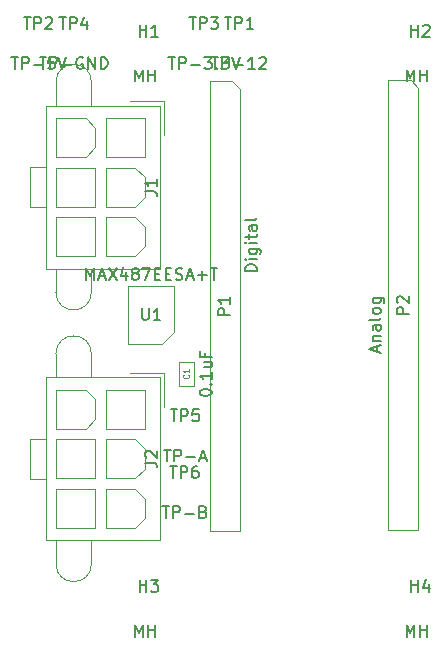
<source format=gbr>
G04 #@! TF.GenerationSoftware,KiCad,Pcbnew,(5.1.9)-1*
G04 #@! TF.CreationDate,2021-11-06T10:51:06-06:00*
G04 #@! TF.ProjectId,ABSIS_Nano,41425349-535f-44e6-916e-6f2e6b696361,1*
G04 #@! TF.SameCoordinates,Original*
G04 #@! TF.FileFunction,Other,Fab,Top*
%FSLAX46Y46*%
G04 Gerber Fmt 4.6, Leading zero omitted, Abs format (unit mm)*
G04 Created by KiCad (PCBNEW (5.1.9)-1) date 2021-11-06 10:51:06*
%MOMM*%
%LPD*%
G01*
G04 APERTURE LIST*
%ADD10C,0.100000*%
%ADD11C,0.150000*%
%ADD12C,0.080000*%
G04 APERTURE END LIST*
D10*
X134285000Y-92260000D02*
X131360000Y-92260000D01*
X131360000Y-92260000D02*
X131360000Y-87360000D01*
X131360000Y-87360000D02*
X135260000Y-87360000D01*
X135260000Y-87360000D02*
X135260000Y-91285000D01*
X135260000Y-91285000D02*
X134285000Y-92260000D01*
X125270000Y-110910000D02*
G75*
G03*
X128270000Y-110910000I1500000J0D01*
G01*
X128270000Y-93110000D02*
G75*
G03*
X125270000Y-93110000I-1500000J0D01*
G01*
X128270000Y-93110000D02*
X128270000Y-95110000D01*
X125270000Y-93110000D02*
X125270000Y-95110000D01*
X128270000Y-110910000D02*
X128270000Y-108910000D01*
X125270000Y-110910000D02*
X125270000Y-108910000D01*
X134060000Y-95110000D02*
X124460000Y-95110000D01*
X124460000Y-95110000D02*
X124460000Y-108910000D01*
X124460000Y-108910000D02*
X134060000Y-108910000D01*
X134060000Y-108910000D02*
X134060000Y-95110000D01*
X124460000Y-100310000D02*
X123060000Y-100310000D01*
X123060000Y-100310000D02*
X123060000Y-103710000D01*
X123060000Y-103710000D02*
X124460000Y-103710000D01*
X132810000Y-96160000D02*
X129510000Y-96160000D01*
X129510000Y-96160000D02*
X129510000Y-99460000D01*
X129510000Y-99460000D02*
X132810000Y-99460000D01*
X132810000Y-99460000D02*
X132810000Y-96160000D01*
X125310000Y-96160000D02*
X127785000Y-96160000D01*
X127785000Y-96160000D02*
X128610000Y-96985000D01*
X128610000Y-96985000D02*
X128610000Y-98635000D01*
X128610000Y-98635000D02*
X127785000Y-99460000D01*
X127785000Y-99460000D02*
X125310000Y-99460000D01*
X125310000Y-99460000D02*
X125310000Y-96160000D01*
X128610000Y-100360000D02*
X125310000Y-100360000D01*
X125310000Y-100360000D02*
X125310000Y-103660000D01*
X125310000Y-103660000D02*
X128610000Y-103660000D01*
X128610000Y-103660000D02*
X128610000Y-100360000D01*
X129510000Y-100360000D02*
X131985000Y-100360000D01*
X131985000Y-100360000D02*
X132810000Y-101185000D01*
X132810000Y-101185000D02*
X132810000Y-102835000D01*
X132810000Y-102835000D02*
X131985000Y-103660000D01*
X131985000Y-103660000D02*
X129510000Y-103660000D01*
X129510000Y-103660000D02*
X129510000Y-100360000D01*
X128610000Y-104560000D02*
X125310000Y-104560000D01*
X125310000Y-104560000D02*
X125310000Y-107860000D01*
X125310000Y-107860000D02*
X128610000Y-107860000D01*
X128610000Y-107860000D02*
X128610000Y-104560000D01*
X129510000Y-104560000D02*
X131985000Y-104560000D01*
X131985000Y-104560000D02*
X132810000Y-105385000D01*
X132810000Y-105385000D02*
X132810000Y-107035000D01*
X132810000Y-107035000D02*
X131985000Y-107860000D01*
X131985000Y-107860000D02*
X129510000Y-107860000D01*
X129510000Y-107860000D02*
X129510000Y-104560000D01*
X134410000Y-97610000D02*
X134410000Y-94760000D01*
X134410000Y-94760000D02*
X131560000Y-94760000D01*
X125270000Y-87910000D02*
G75*
G03*
X128270000Y-87910000I1500000J0D01*
G01*
X128270000Y-70110000D02*
G75*
G03*
X125270000Y-70110000I-1500000J0D01*
G01*
X128270000Y-70110000D02*
X128270000Y-72110000D01*
X125270000Y-70110000D02*
X125270000Y-72110000D01*
X128270000Y-87910000D02*
X128270000Y-85910000D01*
X125270000Y-87910000D02*
X125270000Y-85910000D01*
X134060000Y-72110000D02*
X124460000Y-72110000D01*
X124460000Y-72110000D02*
X124460000Y-85910000D01*
X124460000Y-85910000D02*
X134060000Y-85910000D01*
X134060000Y-85910000D02*
X134060000Y-72110000D01*
X124460000Y-77310000D02*
X123060000Y-77310000D01*
X123060000Y-77310000D02*
X123060000Y-80710000D01*
X123060000Y-80710000D02*
X124460000Y-80710000D01*
X132810000Y-73160000D02*
X129510000Y-73160000D01*
X129510000Y-73160000D02*
X129510000Y-76460000D01*
X129510000Y-76460000D02*
X132810000Y-76460000D01*
X132810000Y-76460000D02*
X132810000Y-73160000D01*
X125310000Y-73160000D02*
X127785000Y-73160000D01*
X127785000Y-73160000D02*
X128610000Y-73985000D01*
X128610000Y-73985000D02*
X128610000Y-75635000D01*
X128610000Y-75635000D02*
X127785000Y-76460000D01*
X127785000Y-76460000D02*
X125310000Y-76460000D01*
X125310000Y-76460000D02*
X125310000Y-73160000D01*
X128610000Y-77360000D02*
X125310000Y-77360000D01*
X125310000Y-77360000D02*
X125310000Y-80660000D01*
X125310000Y-80660000D02*
X128610000Y-80660000D01*
X128610000Y-80660000D02*
X128610000Y-77360000D01*
X129510000Y-77360000D02*
X131985000Y-77360000D01*
X131985000Y-77360000D02*
X132810000Y-78185000D01*
X132810000Y-78185000D02*
X132810000Y-79835000D01*
X132810000Y-79835000D02*
X131985000Y-80660000D01*
X131985000Y-80660000D02*
X129510000Y-80660000D01*
X129510000Y-80660000D02*
X129510000Y-77360000D01*
X128610000Y-81560000D02*
X125310000Y-81560000D01*
X125310000Y-81560000D02*
X125310000Y-84860000D01*
X125310000Y-84860000D02*
X128610000Y-84860000D01*
X128610000Y-84860000D02*
X128610000Y-81560000D01*
X129510000Y-81560000D02*
X131985000Y-81560000D01*
X131985000Y-81560000D02*
X132810000Y-82385000D01*
X132810000Y-82385000D02*
X132810000Y-84035000D01*
X132810000Y-84035000D02*
X131985000Y-84860000D01*
X131985000Y-84860000D02*
X129510000Y-84860000D01*
X129510000Y-84860000D02*
X129510000Y-81560000D01*
X134410000Y-74610000D02*
X134410000Y-71760000D01*
X134410000Y-71760000D02*
X131560000Y-71760000D01*
X136935000Y-95810000D02*
X135685000Y-95810000D01*
X135685000Y-95810000D02*
X135685000Y-93810000D01*
X135685000Y-93810000D02*
X136935000Y-93810000D01*
X136935000Y-93810000D02*
X136935000Y-95810000D01*
X138277600Y-70053200D02*
X140182600Y-70053200D01*
X140182600Y-70053200D02*
X140817600Y-70688200D01*
X140817600Y-70688200D02*
X140817600Y-108153200D01*
X140817600Y-108153200D02*
X138277600Y-108153200D01*
X138277600Y-108153200D02*
X138277600Y-70053200D01*
X153416000Y-69977000D02*
X155321000Y-69977000D01*
X155321000Y-69977000D02*
X155956000Y-70612000D01*
X155956000Y-70612000D02*
X155956000Y-108077000D01*
X155956000Y-108077000D02*
X153416000Y-108077000D01*
X153416000Y-108077000D02*
X153416000Y-69977000D01*
D11*
X127833809Y-86862380D02*
X127833809Y-85862380D01*
X128167142Y-86576666D01*
X128500476Y-85862380D01*
X128500476Y-86862380D01*
X128929047Y-86576666D02*
X129405238Y-86576666D01*
X128833809Y-86862380D02*
X129167142Y-85862380D01*
X129500476Y-86862380D01*
X129738571Y-85862380D02*
X130405238Y-86862380D01*
X130405238Y-85862380D02*
X129738571Y-86862380D01*
X131214761Y-86195714D02*
X131214761Y-86862380D01*
X130976666Y-85814761D02*
X130738571Y-86529047D01*
X131357619Y-86529047D01*
X131881428Y-86290952D02*
X131786190Y-86243333D01*
X131738571Y-86195714D01*
X131690952Y-86100476D01*
X131690952Y-86052857D01*
X131738571Y-85957619D01*
X131786190Y-85910000D01*
X131881428Y-85862380D01*
X132071904Y-85862380D01*
X132167142Y-85910000D01*
X132214761Y-85957619D01*
X132262380Y-86052857D01*
X132262380Y-86100476D01*
X132214761Y-86195714D01*
X132167142Y-86243333D01*
X132071904Y-86290952D01*
X131881428Y-86290952D01*
X131786190Y-86338571D01*
X131738571Y-86386190D01*
X131690952Y-86481428D01*
X131690952Y-86671904D01*
X131738571Y-86767142D01*
X131786190Y-86814761D01*
X131881428Y-86862380D01*
X132071904Y-86862380D01*
X132167142Y-86814761D01*
X132214761Y-86767142D01*
X132262380Y-86671904D01*
X132262380Y-86481428D01*
X132214761Y-86386190D01*
X132167142Y-86338571D01*
X132071904Y-86290952D01*
X132595714Y-85862380D02*
X133262380Y-85862380D01*
X132833809Y-86862380D01*
X133643333Y-86338571D02*
X133976666Y-86338571D01*
X134119523Y-86862380D02*
X133643333Y-86862380D01*
X133643333Y-85862380D01*
X134119523Y-85862380D01*
X134548095Y-86338571D02*
X134881428Y-86338571D01*
X135024285Y-86862380D02*
X134548095Y-86862380D01*
X134548095Y-85862380D01*
X135024285Y-85862380D01*
X135405238Y-86814761D02*
X135548095Y-86862380D01*
X135786190Y-86862380D01*
X135881428Y-86814761D01*
X135929047Y-86767142D01*
X135976666Y-86671904D01*
X135976666Y-86576666D01*
X135929047Y-86481428D01*
X135881428Y-86433809D01*
X135786190Y-86386190D01*
X135595714Y-86338571D01*
X135500476Y-86290952D01*
X135452857Y-86243333D01*
X135405238Y-86148095D01*
X135405238Y-86052857D01*
X135452857Y-85957619D01*
X135500476Y-85910000D01*
X135595714Y-85862380D01*
X135833809Y-85862380D01*
X135976666Y-85910000D01*
X136357619Y-86576666D02*
X136833809Y-86576666D01*
X136262380Y-86862380D02*
X136595714Y-85862380D01*
X136929047Y-86862380D01*
X137262380Y-86481428D02*
X138024285Y-86481428D01*
X137643333Y-86862380D02*
X137643333Y-86100476D01*
X138357619Y-85862380D02*
X138929047Y-85862380D01*
X138643333Y-86862380D02*
X138643333Y-85862380D01*
X132563333Y-89273333D02*
X132563333Y-90066666D01*
X132610000Y-90160000D01*
X132656666Y-90206666D01*
X132750000Y-90253333D01*
X132936666Y-90253333D01*
X133030000Y-90206666D01*
X133076666Y-90160000D01*
X133123333Y-90066666D01*
X133123333Y-89273333D01*
X134103333Y-90253333D02*
X133543333Y-90253333D01*
X133823333Y-90253333D02*
X133823333Y-89273333D01*
X133730000Y-89413333D01*
X133636666Y-89506666D01*
X133543333Y-89553333D01*
X134277338Y-106028180D02*
X134848766Y-106028180D01*
X134563052Y-107028180D02*
X134563052Y-106028180D01*
X135182100Y-107028180D02*
X135182100Y-106028180D01*
X135563052Y-106028180D01*
X135658290Y-106075800D01*
X135705909Y-106123419D01*
X135753528Y-106218657D01*
X135753528Y-106361514D01*
X135705909Y-106456752D01*
X135658290Y-106504371D01*
X135563052Y-106551990D01*
X135182100Y-106551990D01*
X136182100Y-106647228D02*
X136944004Y-106647228D01*
X137753528Y-106504371D02*
X137896385Y-106551990D01*
X137944004Y-106599609D01*
X137991623Y-106694847D01*
X137991623Y-106837704D01*
X137944004Y-106932942D01*
X137896385Y-106980561D01*
X137801147Y-107028180D01*
X137420195Y-107028180D01*
X137420195Y-106028180D01*
X137753528Y-106028180D01*
X137848766Y-106075800D01*
X137896385Y-106123419D01*
X137944004Y-106218657D01*
X137944004Y-106313895D01*
X137896385Y-106409133D01*
X137848766Y-106456752D01*
X137753528Y-106504371D01*
X137420195Y-106504371D01*
X134920195Y-102628180D02*
X135491623Y-102628180D01*
X135205909Y-103628180D02*
X135205909Y-102628180D01*
X135824957Y-103628180D02*
X135824957Y-102628180D01*
X136205909Y-102628180D01*
X136301147Y-102675800D01*
X136348766Y-102723419D01*
X136396385Y-102818657D01*
X136396385Y-102961514D01*
X136348766Y-103056752D01*
X136301147Y-103104371D01*
X136205909Y-103151990D01*
X135824957Y-103151990D01*
X137253528Y-102628180D02*
X137063052Y-102628180D01*
X136967814Y-102675800D01*
X136920195Y-102723419D01*
X136824957Y-102866276D01*
X136777338Y-103056752D01*
X136777338Y-103437704D01*
X136824957Y-103532942D01*
X136872576Y-103580561D01*
X136967814Y-103628180D01*
X137158290Y-103628180D01*
X137253528Y-103580561D01*
X137301147Y-103532942D01*
X137348766Y-103437704D01*
X137348766Y-103199609D01*
X137301147Y-103104371D01*
X137253528Y-103056752D01*
X137158290Y-103009133D01*
X136967814Y-103009133D01*
X136872576Y-103056752D01*
X136824957Y-103104371D01*
X136777338Y-103199609D01*
X134399566Y-101227580D02*
X134970995Y-101227580D01*
X134685280Y-102227580D02*
X134685280Y-101227580D01*
X135304328Y-102227580D02*
X135304328Y-101227580D01*
X135685280Y-101227580D01*
X135780519Y-101275200D01*
X135828138Y-101322819D01*
X135875757Y-101418057D01*
X135875757Y-101560914D01*
X135828138Y-101656152D01*
X135780519Y-101703771D01*
X135685280Y-101751390D01*
X135304328Y-101751390D01*
X136304328Y-101846628D02*
X137066233Y-101846628D01*
X137494804Y-101941866D02*
X137970995Y-101941866D01*
X137399566Y-102227580D02*
X137732900Y-101227580D01*
X138066233Y-102227580D01*
X134970995Y-97827580D02*
X135542423Y-97827580D01*
X135256709Y-98827580D02*
X135256709Y-97827580D01*
X135875757Y-98827580D02*
X135875757Y-97827580D01*
X136256709Y-97827580D01*
X136351947Y-97875200D01*
X136399566Y-97922819D01*
X136447185Y-98018057D01*
X136447185Y-98160914D01*
X136399566Y-98256152D01*
X136351947Y-98303771D01*
X136256709Y-98351390D01*
X135875757Y-98351390D01*
X137351947Y-97827580D02*
X136875757Y-97827580D01*
X136828138Y-98303771D01*
X136875757Y-98256152D01*
X136970995Y-98208533D01*
X137209090Y-98208533D01*
X137304328Y-98256152D01*
X137351947Y-98303771D01*
X137399566Y-98399009D01*
X137399566Y-98637104D01*
X137351947Y-98732342D01*
X137304328Y-98779961D01*
X137209090Y-98827580D01*
X136970995Y-98827580D01*
X136875757Y-98779961D01*
X136828138Y-98732342D01*
X123881428Y-68012380D02*
X124452857Y-68012380D01*
X124167142Y-69012380D02*
X124167142Y-68012380D01*
X124786190Y-69012380D02*
X124786190Y-68012380D01*
X125167142Y-68012380D01*
X125262380Y-68060000D01*
X125310000Y-68107619D01*
X125357619Y-68202857D01*
X125357619Y-68345714D01*
X125310000Y-68440952D01*
X125262380Y-68488571D01*
X125167142Y-68536190D01*
X124786190Y-68536190D01*
X125786190Y-68631428D02*
X126548095Y-68631428D01*
X127548095Y-68060000D02*
X127452857Y-68012380D01*
X127310000Y-68012380D01*
X127167142Y-68060000D01*
X127071904Y-68155238D01*
X127024285Y-68250476D01*
X126976666Y-68440952D01*
X126976666Y-68583809D01*
X127024285Y-68774285D01*
X127071904Y-68869523D01*
X127167142Y-68964761D01*
X127310000Y-69012380D01*
X127405238Y-69012380D01*
X127548095Y-68964761D01*
X127595714Y-68917142D01*
X127595714Y-68583809D01*
X127405238Y-68583809D01*
X128024285Y-69012380D02*
X128024285Y-68012380D01*
X128595714Y-69012380D01*
X128595714Y-68012380D01*
X129071904Y-69012380D02*
X129071904Y-68012380D01*
X129310000Y-68012380D01*
X129452857Y-68060000D01*
X129548095Y-68155238D01*
X129595714Y-68250476D01*
X129643333Y-68440952D01*
X129643333Y-68583809D01*
X129595714Y-68774285D01*
X129548095Y-68869523D01*
X129452857Y-68964761D01*
X129310000Y-69012380D01*
X129071904Y-69012380D01*
X125548095Y-64612380D02*
X126119523Y-64612380D01*
X125833809Y-65612380D02*
X125833809Y-64612380D01*
X126452857Y-65612380D02*
X126452857Y-64612380D01*
X126833809Y-64612380D01*
X126929047Y-64660000D01*
X126976666Y-64707619D01*
X127024285Y-64802857D01*
X127024285Y-64945714D01*
X126976666Y-65040952D01*
X126929047Y-65088571D01*
X126833809Y-65136190D01*
X126452857Y-65136190D01*
X127881428Y-64945714D02*
X127881428Y-65612380D01*
X127643333Y-64564761D02*
X127405238Y-65279047D01*
X128024285Y-65279047D01*
X134786190Y-68012380D02*
X135357619Y-68012380D01*
X135071904Y-69012380D02*
X135071904Y-68012380D01*
X135690952Y-69012380D02*
X135690952Y-68012380D01*
X136071904Y-68012380D01*
X136167142Y-68060000D01*
X136214761Y-68107619D01*
X136262380Y-68202857D01*
X136262380Y-68345714D01*
X136214761Y-68440952D01*
X136167142Y-68488571D01*
X136071904Y-68536190D01*
X135690952Y-68536190D01*
X136690952Y-68631428D02*
X137452857Y-68631428D01*
X137833809Y-68012380D02*
X138452857Y-68012380D01*
X138119523Y-68393333D01*
X138262380Y-68393333D01*
X138357619Y-68440952D01*
X138405238Y-68488571D01*
X138452857Y-68583809D01*
X138452857Y-68821904D01*
X138405238Y-68917142D01*
X138357619Y-68964761D01*
X138262380Y-69012380D01*
X137976666Y-69012380D01*
X137881428Y-68964761D01*
X137833809Y-68917142D01*
X138881428Y-68917142D02*
X138929047Y-68964761D01*
X138881428Y-69012380D01*
X138833809Y-68964761D01*
X138881428Y-68917142D01*
X138881428Y-69012380D01*
X139262380Y-68012380D02*
X139881428Y-68012380D01*
X139548095Y-68393333D01*
X139690952Y-68393333D01*
X139786190Y-68440952D01*
X139833809Y-68488571D01*
X139881428Y-68583809D01*
X139881428Y-68821904D01*
X139833809Y-68917142D01*
X139786190Y-68964761D01*
X139690952Y-69012380D01*
X139405238Y-69012380D01*
X139310000Y-68964761D01*
X139262380Y-68917142D01*
X140167142Y-68012380D02*
X140500476Y-69012380D01*
X140833809Y-68012380D01*
X136548095Y-64612380D02*
X137119523Y-64612380D01*
X136833809Y-65612380D02*
X136833809Y-64612380D01*
X137452857Y-65612380D02*
X137452857Y-64612380D01*
X137833809Y-64612380D01*
X137929047Y-64660000D01*
X137976666Y-64707619D01*
X138024285Y-64802857D01*
X138024285Y-64945714D01*
X137976666Y-65040952D01*
X137929047Y-65088571D01*
X137833809Y-65136190D01*
X137452857Y-65136190D01*
X138357619Y-64612380D02*
X138976666Y-64612380D01*
X138643333Y-64993333D01*
X138786190Y-64993333D01*
X138881428Y-65040952D01*
X138929047Y-65088571D01*
X138976666Y-65183809D01*
X138976666Y-65421904D01*
X138929047Y-65517142D01*
X138881428Y-65564761D01*
X138786190Y-65612380D01*
X138500476Y-65612380D01*
X138405238Y-65564761D01*
X138357619Y-65517142D01*
X121500476Y-68012380D02*
X122071904Y-68012380D01*
X121786190Y-69012380D02*
X121786190Y-68012380D01*
X122405238Y-69012380D02*
X122405238Y-68012380D01*
X122786190Y-68012380D01*
X122881428Y-68060000D01*
X122929047Y-68107619D01*
X122976666Y-68202857D01*
X122976666Y-68345714D01*
X122929047Y-68440952D01*
X122881428Y-68488571D01*
X122786190Y-68536190D01*
X122405238Y-68536190D01*
X123405238Y-68631428D02*
X124167142Y-68631428D01*
X125119523Y-68012380D02*
X124643333Y-68012380D01*
X124595714Y-68488571D01*
X124643333Y-68440952D01*
X124738571Y-68393333D01*
X124976666Y-68393333D01*
X125071904Y-68440952D01*
X125119523Y-68488571D01*
X125167142Y-68583809D01*
X125167142Y-68821904D01*
X125119523Y-68917142D01*
X125071904Y-68964761D01*
X124976666Y-69012380D01*
X124738571Y-69012380D01*
X124643333Y-68964761D01*
X124595714Y-68917142D01*
X125452857Y-68012380D02*
X125786190Y-69012380D01*
X126119523Y-68012380D01*
X122548095Y-64612380D02*
X123119523Y-64612380D01*
X122833809Y-65612380D02*
X122833809Y-64612380D01*
X123452857Y-65612380D02*
X123452857Y-64612380D01*
X123833809Y-64612380D01*
X123929047Y-64660000D01*
X123976666Y-64707619D01*
X124024285Y-64802857D01*
X124024285Y-64945714D01*
X123976666Y-65040952D01*
X123929047Y-65088571D01*
X123833809Y-65136190D01*
X123452857Y-65136190D01*
X124405238Y-64707619D02*
X124452857Y-64660000D01*
X124548095Y-64612380D01*
X124786190Y-64612380D01*
X124881428Y-64660000D01*
X124929047Y-64707619D01*
X124976666Y-64802857D01*
X124976666Y-64898095D01*
X124929047Y-65040952D01*
X124357619Y-65612380D01*
X124976666Y-65612380D01*
X138452857Y-68012380D02*
X139024285Y-68012380D01*
X138738571Y-69012380D02*
X138738571Y-68012380D01*
X139357619Y-69012380D02*
X139357619Y-68012380D01*
X139738571Y-68012380D01*
X139833809Y-68060000D01*
X139881428Y-68107619D01*
X139929047Y-68202857D01*
X139929047Y-68345714D01*
X139881428Y-68440952D01*
X139833809Y-68488571D01*
X139738571Y-68536190D01*
X139357619Y-68536190D01*
X140357619Y-68631428D02*
X141119523Y-68631428D01*
X142119523Y-69012380D02*
X141548095Y-69012380D01*
X141833809Y-69012380D02*
X141833809Y-68012380D01*
X141738571Y-68155238D01*
X141643333Y-68250476D01*
X141548095Y-68298095D01*
X142500476Y-68107619D02*
X142548095Y-68060000D01*
X142643333Y-68012380D01*
X142881428Y-68012380D01*
X142976666Y-68060000D01*
X143024285Y-68107619D01*
X143071904Y-68202857D01*
X143071904Y-68298095D01*
X143024285Y-68440952D01*
X142452857Y-69012380D01*
X143071904Y-69012380D01*
X139548095Y-64612380D02*
X140119523Y-64612380D01*
X139833809Y-65612380D02*
X139833809Y-64612380D01*
X140452857Y-65612380D02*
X140452857Y-64612380D01*
X140833809Y-64612380D01*
X140929047Y-64660000D01*
X140976666Y-64707619D01*
X141024285Y-64802857D01*
X141024285Y-64945714D01*
X140976666Y-65040952D01*
X140929047Y-65088571D01*
X140833809Y-65136190D01*
X140452857Y-65136190D01*
X141976666Y-65612380D02*
X141405238Y-65612380D01*
X141690952Y-65612380D02*
X141690952Y-64612380D01*
X141595714Y-64755238D01*
X141500476Y-64850476D01*
X141405238Y-64898095D01*
X132812380Y-102343333D02*
X133526666Y-102343333D01*
X133669523Y-102390952D01*
X133764761Y-102486190D01*
X133812380Y-102629047D01*
X133812380Y-102724285D01*
X132907619Y-101914761D02*
X132860000Y-101867142D01*
X132812380Y-101771904D01*
X132812380Y-101533809D01*
X132860000Y-101438571D01*
X132907619Y-101390952D01*
X133002857Y-101343333D01*
X133098095Y-101343333D01*
X133240952Y-101390952D01*
X133812380Y-101962380D01*
X133812380Y-101343333D01*
X132812380Y-79343333D02*
X133526666Y-79343333D01*
X133669523Y-79390952D01*
X133764761Y-79486190D01*
X133812380Y-79629047D01*
X133812380Y-79724285D01*
X133812380Y-78343333D02*
X133812380Y-78914761D01*
X133812380Y-78629047D02*
X132812380Y-78629047D01*
X132955238Y-78724285D01*
X133050476Y-78819523D01*
X133098095Y-78914761D01*
X137442380Y-96452857D02*
X137442380Y-96357619D01*
X137490000Y-96262380D01*
X137537619Y-96214761D01*
X137632857Y-96167142D01*
X137823333Y-96119523D01*
X138061428Y-96119523D01*
X138251904Y-96167142D01*
X138347142Y-96214761D01*
X138394761Y-96262380D01*
X138442380Y-96357619D01*
X138442380Y-96452857D01*
X138394761Y-96548095D01*
X138347142Y-96595714D01*
X138251904Y-96643333D01*
X138061428Y-96690952D01*
X137823333Y-96690952D01*
X137632857Y-96643333D01*
X137537619Y-96595714D01*
X137490000Y-96548095D01*
X137442380Y-96452857D01*
X138347142Y-95690952D02*
X138394761Y-95643333D01*
X138442380Y-95690952D01*
X138394761Y-95738571D01*
X138347142Y-95690952D01*
X138442380Y-95690952D01*
X138442380Y-94690952D02*
X138442380Y-95262380D01*
X138442380Y-94976666D02*
X137442380Y-94976666D01*
X137585238Y-95071904D01*
X137680476Y-95167142D01*
X137728095Y-95262380D01*
X137775714Y-93833809D02*
X138442380Y-93833809D01*
X137775714Y-94262380D02*
X138299523Y-94262380D01*
X138394761Y-94214761D01*
X138442380Y-94119523D01*
X138442380Y-93976666D01*
X138394761Y-93881428D01*
X138347142Y-93833809D01*
X137918571Y-93024285D02*
X137918571Y-93357619D01*
X138442380Y-93357619D02*
X137442380Y-93357619D01*
X137442380Y-92881428D01*
D12*
X136488571Y-94893333D02*
X136512380Y-94917142D01*
X136536190Y-94988571D01*
X136536190Y-95036190D01*
X136512380Y-95107619D01*
X136464761Y-95155238D01*
X136417142Y-95179047D01*
X136321904Y-95202857D01*
X136250476Y-95202857D01*
X136155238Y-95179047D01*
X136107619Y-95155238D01*
X136060000Y-95107619D01*
X136036190Y-95036190D01*
X136036190Y-94988571D01*
X136060000Y-94917142D01*
X136083809Y-94893333D01*
X136536190Y-94417142D02*
X136536190Y-94702857D01*
X136536190Y-94560000D02*
X136036190Y-94560000D01*
X136107619Y-94607619D01*
X136155238Y-94655238D01*
X136179047Y-94702857D01*
D11*
X154952857Y-117062380D02*
X154952857Y-116062380D01*
X155286190Y-116776666D01*
X155619523Y-116062380D01*
X155619523Y-117062380D01*
X156095714Y-117062380D02*
X156095714Y-116062380D01*
X156095714Y-116538571D02*
X156667142Y-116538571D01*
X156667142Y-117062380D02*
X156667142Y-116062380D01*
X155348095Y-113262380D02*
X155348095Y-112262380D01*
X155348095Y-112738571D02*
X155919523Y-112738571D01*
X155919523Y-113262380D02*
X155919523Y-112262380D01*
X156824285Y-112595714D02*
X156824285Y-113262380D01*
X156586190Y-112214761D02*
X156348095Y-112929047D01*
X156967142Y-112929047D01*
X131952857Y-117062380D02*
X131952857Y-116062380D01*
X132286190Y-116776666D01*
X132619523Y-116062380D01*
X132619523Y-117062380D01*
X133095714Y-117062380D02*
X133095714Y-116062380D01*
X133095714Y-116538571D02*
X133667142Y-116538571D01*
X133667142Y-117062380D02*
X133667142Y-116062380D01*
X132348095Y-113262380D02*
X132348095Y-112262380D01*
X132348095Y-112738571D02*
X132919523Y-112738571D01*
X132919523Y-113262380D02*
X132919523Y-112262380D01*
X133300476Y-112262380D02*
X133919523Y-112262380D01*
X133586190Y-112643333D01*
X133729047Y-112643333D01*
X133824285Y-112690952D01*
X133871904Y-112738571D01*
X133919523Y-112833809D01*
X133919523Y-113071904D01*
X133871904Y-113167142D01*
X133824285Y-113214761D01*
X133729047Y-113262380D01*
X133443333Y-113262380D01*
X133348095Y-113214761D01*
X133300476Y-113167142D01*
X154952857Y-70062380D02*
X154952857Y-69062380D01*
X155286190Y-69776666D01*
X155619523Y-69062380D01*
X155619523Y-70062380D01*
X156095714Y-70062380D02*
X156095714Y-69062380D01*
X156095714Y-69538571D02*
X156667142Y-69538571D01*
X156667142Y-70062380D02*
X156667142Y-69062380D01*
X155348095Y-66262380D02*
X155348095Y-65262380D01*
X155348095Y-65738571D02*
X155919523Y-65738571D01*
X155919523Y-66262380D02*
X155919523Y-65262380D01*
X156348095Y-65357619D02*
X156395714Y-65310000D01*
X156490952Y-65262380D01*
X156729047Y-65262380D01*
X156824285Y-65310000D01*
X156871904Y-65357619D01*
X156919523Y-65452857D01*
X156919523Y-65548095D01*
X156871904Y-65690952D01*
X156300476Y-66262380D01*
X156919523Y-66262380D01*
X131952857Y-70062380D02*
X131952857Y-69062380D01*
X132286190Y-69776666D01*
X132619523Y-69062380D01*
X132619523Y-70062380D01*
X133095714Y-70062380D02*
X133095714Y-69062380D01*
X133095714Y-69538571D02*
X133667142Y-69538571D01*
X133667142Y-70062380D02*
X133667142Y-69062380D01*
X132348095Y-66262380D02*
X132348095Y-65262380D01*
X132348095Y-65738571D02*
X132919523Y-65738571D01*
X132919523Y-66262380D02*
X132919523Y-65262380D01*
X133919523Y-66262380D02*
X133348095Y-66262380D01*
X133633809Y-66262380D02*
X133633809Y-65262380D01*
X133538571Y-65405238D01*
X133443333Y-65500476D01*
X133348095Y-65548095D01*
X142285980Y-86112076D02*
X141285980Y-86112076D01*
X141285980Y-85873980D01*
X141333600Y-85731123D01*
X141428838Y-85635885D01*
X141524076Y-85588266D01*
X141714552Y-85540647D01*
X141857409Y-85540647D01*
X142047885Y-85588266D01*
X142143123Y-85635885D01*
X142238361Y-85731123D01*
X142285980Y-85873980D01*
X142285980Y-86112076D01*
X142285980Y-85112076D02*
X141619314Y-85112076D01*
X141285980Y-85112076D02*
X141333600Y-85159695D01*
X141381219Y-85112076D01*
X141333600Y-85064457D01*
X141285980Y-85112076D01*
X141381219Y-85112076D01*
X141619314Y-84207314D02*
X142428838Y-84207314D01*
X142524076Y-84254933D01*
X142571695Y-84302552D01*
X142619314Y-84397790D01*
X142619314Y-84540647D01*
X142571695Y-84635885D01*
X142238361Y-84207314D02*
X142285980Y-84302552D01*
X142285980Y-84493028D01*
X142238361Y-84588266D01*
X142190742Y-84635885D01*
X142095504Y-84683504D01*
X141809790Y-84683504D01*
X141714552Y-84635885D01*
X141666933Y-84588266D01*
X141619314Y-84493028D01*
X141619314Y-84302552D01*
X141666933Y-84207314D01*
X142285980Y-83731123D02*
X141619314Y-83731123D01*
X141285980Y-83731123D02*
X141333600Y-83778742D01*
X141381219Y-83731123D01*
X141333600Y-83683504D01*
X141285980Y-83731123D01*
X141381219Y-83731123D01*
X141619314Y-83397790D02*
X141619314Y-83016838D01*
X141285980Y-83254933D02*
X142143123Y-83254933D01*
X142238361Y-83207314D01*
X142285980Y-83112076D01*
X142285980Y-83016838D01*
X142285980Y-82254933D02*
X141762171Y-82254933D01*
X141666933Y-82302552D01*
X141619314Y-82397790D01*
X141619314Y-82588266D01*
X141666933Y-82683504D01*
X142238361Y-82254933D02*
X142285980Y-82350171D01*
X142285980Y-82588266D01*
X142238361Y-82683504D01*
X142143123Y-82731123D01*
X142047885Y-82731123D01*
X141952647Y-82683504D01*
X141905028Y-82588266D01*
X141905028Y-82350171D01*
X141857409Y-82254933D01*
X142285980Y-81635885D02*
X142238361Y-81731123D01*
X142143123Y-81778742D01*
X141285980Y-81778742D01*
X139999980Y-89841295D02*
X138999980Y-89841295D01*
X138999980Y-89460342D01*
X139047600Y-89365104D01*
X139095219Y-89317485D01*
X139190457Y-89269866D01*
X139333314Y-89269866D01*
X139428552Y-89317485D01*
X139476171Y-89365104D01*
X139523790Y-89460342D01*
X139523790Y-89841295D01*
X139999980Y-88317485D02*
X139999980Y-88888914D01*
X139999980Y-88603200D02*
X138999980Y-88603200D01*
X139142838Y-88698438D01*
X139238076Y-88793676D01*
X139285695Y-88888914D01*
X152465066Y-92936723D02*
X152465066Y-92460533D01*
X152750780Y-93031961D02*
X151750780Y-92698628D01*
X152750780Y-92365295D01*
X152084114Y-92031961D02*
X152750780Y-92031961D01*
X152179352Y-92031961D02*
X152131733Y-91984342D01*
X152084114Y-91889104D01*
X152084114Y-91746247D01*
X152131733Y-91651009D01*
X152226971Y-91603390D01*
X152750780Y-91603390D01*
X152750780Y-90698628D02*
X152226971Y-90698628D01*
X152131733Y-90746247D01*
X152084114Y-90841485D01*
X152084114Y-91031961D01*
X152131733Y-91127200D01*
X152703161Y-90698628D02*
X152750780Y-90793866D01*
X152750780Y-91031961D01*
X152703161Y-91127200D01*
X152607923Y-91174819D01*
X152512685Y-91174819D01*
X152417447Y-91127200D01*
X152369828Y-91031961D01*
X152369828Y-90793866D01*
X152322209Y-90698628D01*
X152750780Y-90079580D02*
X152703161Y-90174819D01*
X152607923Y-90222438D01*
X151750780Y-90222438D01*
X152750780Y-89555771D02*
X152703161Y-89651009D01*
X152655542Y-89698628D01*
X152560304Y-89746247D01*
X152274590Y-89746247D01*
X152179352Y-89698628D01*
X152131733Y-89651009D01*
X152084114Y-89555771D01*
X152084114Y-89412914D01*
X152131733Y-89317676D01*
X152179352Y-89270057D01*
X152274590Y-89222438D01*
X152560304Y-89222438D01*
X152655542Y-89270057D01*
X152703161Y-89317676D01*
X152750780Y-89412914D01*
X152750780Y-89555771D01*
X152084114Y-88365295D02*
X152893638Y-88365295D01*
X152988876Y-88412914D01*
X153036495Y-88460533D01*
X153084114Y-88555771D01*
X153084114Y-88698628D01*
X153036495Y-88793866D01*
X152703161Y-88365295D02*
X152750780Y-88460533D01*
X152750780Y-88651009D01*
X152703161Y-88746247D01*
X152655542Y-88793866D01*
X152560304Y-88841485D01*
X152274590Y-88841485D01*
X152179352Y-88793866D01*
X152131733Y-88746247D01*
X152084114Y-88651009D01*
X152084114Y-88460533D01*
X152131733Y-88365295D01*
X155138380Y-89765095D02*
X154138380Y-89765095D01*
X154138380Y-89384142D01*
X154186000Y-89288904D01*
X154233619Y-89241285D01*
X154328857Y-89193666D01*
X154471714Y-89193666D01*
X154566952Y-89241285D01*
X154614571Y-89288904D01*
X154662190Y-89384142D01*
X154662190Y-89765095D01*
X154233619Y-88812714D02*
X154186000Y-88765095D01*
X154138380Y-88669857D01*
X154138380Y-88431761D01*
X154186000Y-88336523D01*
X154233619Y-88288904D01*
X154328857Y-88241285D01*
X154424095Y-88241285D01*
X154566952Y-88288904D01*
X155138380Y-88860333D01*
X155138380Y-88241285D01*
M02*

</source>
